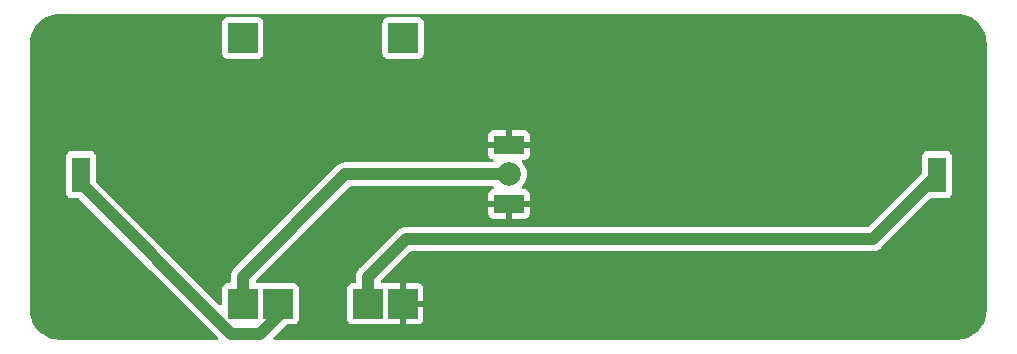
<source format=gbr>
%TF.GenerationSoftware,KiCad,Pcbnew,(6.0.6-0)*%
%TF.CreationDate,2022-09-18T15:36:00+02:00*%
%TF.ProjectId,magnetic-18350-holder-charger,6d61676e-6574-4696-932d-31383335302d,rev?*%
%TF.SameCoordinates,Original*%
%TF.FileFunction,Copper,L2,Bot*%
%TF.FilePolarity,Positive*%
%FSLAX46Y46*%
G04 Gerber Fmt 4.6, Leading zero omitted, Abs format (unit mm)*
G04 Created by KiCad (PCBNEW (6.0.6-0)) date 2022-09-18 15:36:00*
%MOMM*%
%LPD*%
G01*
G04 APERTURE LIST*
%TA.AperFunction,ComponentPad*%
%ADD10R,1.500000X3.000000*%
%TD*%
%TA.AperFunction,ComponentPad*%
%ADD11C,2.000000*%
%TD*%
%TA.AperFunction,ComponentPad*%
%ADD12R,2.500000X1.500000*%
%TD*%
%TA.AperFunction,SMDPad,CuDef*%
%ADD13R,2.500000X2.500000*%
%TD*%
%TA.AperFunction,Conductor*%
%ADD14C,1.000000*%
%TD*%
G04 APERTURE END LIST*
D10*
%TO.P,U3,1,V+*%
%TO.N,Net-(U1-Pad5)*%
X102814644Y-90521091D03*
%TO.P,U3,2,V-*%
%TO.N,Net-(U1-Pad6)*%
X175314644Y-90521091D03*
%TD*%
D11*
%TO.P,U2,1,V+*%
%TO.N,Net-(U1-Pad3)*%
X139050000Y-90500000D03*
D12*
%TO.P,U2,2,GND*%
%TO.N,GND*%
X139050000Y-88000000D03*
%TO.P,U2,3,GND*%
X139050000Y-93000000D03*
%TD*%
D13*
%TO.P,U1,1,Vi+*%
%TO.N,unconnected-(U1-Pad1)*%
X116500000Y-78950000D03*
%TO.P,U1,2,Vi-*%
%TO.N,unconnected-(U1-Pad2)*%
X130100000Y-78950000D03*
%TO.P,U1,3,Vout+*%
%TO.N,Net-(U1-Pad3)*%
X116500000Y-101450000D03*
%TO.P,U1,4,Vout-*%
%TO.N,GND*%
X130050000Y-101450000D03*
%TO.P,U1,5,Bat+*%
%TO.N,Net-(U1-Pad5)*%
X119500000Y-101450000D03*
%TO.P,U1,6,Bat-*%
%TO.N,Net-(U1-Pad6)*%
X127100000Y-101450000D03*
%TD*%
D14*
%TO.N,Net-(U1-Pad5)*%
X115543553Y-104000000D02*
X118000000Y-104000000D01*
X102814644Y-91271091D02*
X115543553Y-104000000D01*
X102814644Y-90521091D02*
X102814644Y-91271091D01*
X118000000Y-104000000D02*
X119500000Y-102500000D01*
X119500000Y-102500000D02*
X119500000Y-101450000D01*
%TO.N,Net-(U1-Pad6)*%
X127100000Y-101450000D02*
X127100000Y-99200000D01*
X127100000Y-99200000D02*
X130300000Y-96000000D01*
X130300000Y-96000000D02*
X169835735Y-96000000D01*
X175314644Y-90521091D02*
X169835735Y-96000000D01*
%TO.N,Net-(U1-Pad3)*%
X116500000Y-101450000D02*
X116500000Y-99200000D01*
X116500000Y-99200000D02*
X125200000Y-90500000D01*
X125200000Y-90500000D02*
X139050000Y-90500000D01*
%TD*%
%TA.AperFunction,Conductor*%
%TO.N,GND*%
G36*
X176988729Y-76911453D02*
G01*
X176995360Y-76912531D01*
X177010282Y-76914957D01*
X177027538Y-76912818D01*
X177051454Y-76912143D01*
X177195923Y-76921816D01*
X177307942Y-76929317D01*
X177322971Y-76931236D01*
X177602420Y-76984161D01*
X177617101Y-76987868D01*
X177882068Y-77072011D01*
X177888177Y-77073951D01*
X177902315Y-77079396D01*
X178161101Y-77197394D01*
X178174484Y-77204497D01*
X178413121Y-77350190D01*
X178417227Y-77352697D01*
X178429659Y-77361354D01*
X178546083Y-77453295D01*
X178652870Y-77537626D01*
X178664174Y-77547714D01*
X178864609Y-77749497D01*
X178874619Y-77760867D01*
X179047606Y-77982964D01*
X179049383Y-77985246D01*
X179057956Y-77997735D01*
X179203347Y-78239507D01*
X179204533Y-78241479D01*
X179211546Y-78254909D01*
X179327804Y-78514477D01*
X179333154Y-78528651D01*
X179417415Y-78800290D01*
X179421026Y-78815005D01*
X179472075Y-79094804D01*
X179473893Y-79109845D01*
X179488925Y-79359450D01*
X179487699Y-79385448D01*
X179487690Y-79386170D01*
X179486309Y-79395041D01*
X179487473Y-79403944D01*
X179487473Y-79403949D01*
X179490436Y-79426611D01*
X179491500Y-79442947D01*
X179491500Y-101950633D01*
X179490000Y-101970018D01*
X179487690Y-101984851D01*
X179487690Y-101984855D01*
X179486309Y-101993724D01*
X179488558Y-102010919D01*
X179489391Y-102034863D01*
X179473794Y-102292710D01*
X179471960Y-102307814D01*
X179420477Y-102588754D01*
X179416836Y-102603526D01*
X179371775Y-102748134D01*
X179331859Y-102876227D01*
X179326466Y-102890445D01*
X179246267Y-103068642D01*
X179209243Y-103150906D01*
X179202173Y-103164378D01*
X179183992Y-103194452D01*
X179054405Y-103408813D01*
X179045762Y-103421334D01*
X178869615Y-103646171D01*
X178859525Y-103657560D01*
X178657560Y-103859525D01*
X178646171Y-103869615D01*
X178421334Y-104045762D01*
X178408813Y-104054405D01*
X178164379Y-104202172D01*
X178150908Y-104209242D01*
X177890445Y-104326466D01*
X177876231Y-104331858D01*
X177603999Y-104416689D01*
X177603527Y-104416836D01*
X177588760Y-104420475D01*
X177379786Y-104458771D01*
X177307814Y-104471960D01*
X177292710Y-104473794D01*
X177042096Y-104488953D01*
X177015278Y-104487692D01*
X177015149Y-104487690D01*
X177006276Y-104486309D01*
X176997373Y-104487473D01*
X176997369Y-104487473D01*
X176974677Y-104490440D01*
X176958355Y-104491504D01*
X165620777Y-104492798D01*
X119232344Y-104498095D01*
X119164221Y-104478101D01*
X119117722Y-104424450D01*
X119107610Y-104354178D01*
X119137096Y-104289593D01*
X119143235Y-104283000D01*
X120169379Y-103256855D01*
X120179522Y-103247753D01*
X120193763Y-103236303D01*
X120259386Y-103209207D01*
X120272715Y-103208500D01*
X120798134Y-103208500D01*
X120860316Y-103201745D01*
X120996705Y-103150615D01*
X121113261Y-103063261D01*
X121200615Y-102946705D01*
X121251745Y-102810316D01*
X121258500Y-102748134D01*
X125341500Y-102748134D01*
X125348255Y-102810316D01*
X125399385Y-102946705D01*
X125486739Y-103063261D01*
X125603295Y-103150615D01*
X125739684Y-103201745D01*
X125801866Y-103208500D01*
X128398134Y-103208500D01*
X128402746Y-103207999D01*
X128452466Y-103202598D01*
X128452468Y-103202598D01*
X128460316Y-103201745D01*
X128467709Y-103198973D01*
X128467711Y-103198973D01*
X128531483Y-103175066D01*
X128602290Y-103169883D01*
X128619941Y-103175066D01*
X128682398Y-103198480D01*
X128697643Y-103202105D01*
X128748514Y-103207631D01*
X128755328Y-103208000D01*
X129777885Y-103208000D01*
X129793124Y-103203525D01*
X129794329Y-103202135D01*
X129796000Y-103194452D01*
X129796000Y-103189884D01*
X130304000Y-103189884D01*
X130308475Y-103205123D01*
X130309865Y-103206328D01*
X130317548Y-103207999D01*
X131344669Y-103207999D01*
X131351490Y-103207629D01*
X131402352Y-103202105D01*
X131417604Y-103198479D01*
X131538054Y-103153324D01*
X131553649Y-103144786D01*
X131655724Y-103068285D01*
X131668285Y-103055724D01*
X131744786Y-102953649D01*
X131753324Y-102938054D01*
X131798478Y-102817606D01*
X131802105Y-102802351D01*
X131807631Y-102751486D01*
X131808000Y-102744672D01*
X131808000Y-101722115D01*
X131803525Y-101706876D01*
X131802135Y-101705671D01*
X131794452Y-101704000D01*
X130322115Y-101704000D01*
X130306876Y-101708475D01*
X130305671Y-101709865D01*
X130304000Y-101717548D01*
X130304000Y-103189884D01*
X129796000Y-103189884D01*
X129796000Y-101177885D01*
X130304000Y-101177885D01*
X130308475Y-101193124D01*
X130309865Y-101194329D01*
X130317548Y-101196000D01*
X131789884Y-101196000D01*
X131805123Y-101191525D01*
X131806328Y-101190135D01*
X131807999Y-101182452D01*
X131807999Y-100155331D01*
X131807629Y-100148510D01*
X131802105Y-100097648D01*
X131798479Y-100082396D01*
X131753324Y-99961946D01*
X131744786Y-99946351D01*
X131668285Y-99844276D01*
X131655724Y-99831715D01*
X131553649Y-99755214D01*
X131538054Y-99746676D01*
X131417606Y-99701522D01*
X131402351Y-99697895D01*
X131351486Y-99692369D01*
X131344672Y-99692000D01*
X130322115Y-99692000D01*
X130306876Y-99696475D01*
X130305671Y-99697865D01*
X130304000Y-99705548D01*
X130304000Y-101177885D01*
X129796000Y-101177885D01*
X129796000Y-99710116D01*
X129791525Y-99694877D01*
X129790135Y-99693672D01*
X129782452Y-99692001D01*
X128755331Y-99692001D01*
X128748510Y-99692371D01*
X128697650Y-99697895D01*
X128682393Y-99701522D01*
X128619941Y-99724934D01*
X128549134Y-99730117D01*
X128531483Y-99724934D01*
X128467711Y-99701027D01*
X128467709Y-99701027D01*
X128460316Y-99698255D01*
X128452468Y-99697402D01*
X128452466Y-99697402D01*
X128401531Y-99691869D01*
X128398134Y-99691500D01*
X128338925Y-99691500D01*
X128270804Y-99671498D01*
X128224311Y-99617842D01*
X128214207Y-99547568D01*
X128243701Y-99482988D01*
X128249830Y-99476405D01*
X130680829Y-97045405D01*
X130743141Y-97011380D01*
X130769924Y-97008500D01*
X169773892Y-97008500D01*
X169787499Y-97009237D01*
X169818997Y-97012659D01*
X169819002Y-97012659D01*
X169825123Y-97013324D01*
X169851373Y-97011027D01*
X169875123Y-97008950D01*
X169879949Y-97008621D01*
X169882421Y-97008500D01*
X169885504Y-97008500D01*
X169897473Y-97007326D01*
X169928241Y-97004310D01*
X169929554Y-97004188D01*
X169973819Y-97000315D01*
X170022148Y-96996087D01*
X170027267Y-96994600D01*
X170032568Y-96994080D01*
X170121569Y-96967209D01*
X170122702Y-96966874D01*
X170206149Y-96942630D01*
X170206153Y-96942628D01*
X170212071Y-96940909D01*
X170216803Y-96938456D01*
X170221904Y-96936916D01*
X170227347Y-96934022D01*
X170303995Y-96893269D01*
X170305161Y-96892657D01*
X170382188Y-96852729D01*
X170387661Y-96849892D01*
X170391824Y-96846569D01*
X170396531Y-96844066D01*
X170468653Y-96785245D01*
X170469509Y-96784554D01*
X170508708Y-96753262D01*
X170511212Y-96750758D01*
X170511930Y-96750116D01*
X170516263Y-96746415D01*
X170549797Y-96719065D01*
X170579023Y-96683737D01*
X170587012Y-96674958D01*
X174695473Y-92566496D01*
X174757785Y-92532470D01*
X174784568Y-92529591D01*
X176112778Y-92529591D01*
X176174960Y-92522836D01*
X176311349Y-92471706D01*
X176427905Y-92384352D01*
X176515259Y-92267796D01*
X176566389Y-92131407D01*
X176573144Y-92069225D01*
X176573144Y-88972957D01*
X176566389Y-88910775D01*
X176515259Y-88774386D01*
X176427905Y-88657830D01*
X176311349Y-88570476D01*
X176174960Y-88519346D01*
X176112778Y-88512591D01*
X174516510Y-88512591D01*
X174454328Y-88519346D01*
X174317939Y-88570476D01*
X174201383Y-88657830D01*
X174114029Y-88774386D01*
X174062899Y-88910775D01*
X174056144Y-88972957D01*
X174056144Y-90301167D01*
X174036142Y-90369288D01*
X174019239Y-90390262D01*
X169454906Y-94954595D01*
X169392594Y-94988621D01*
X169365811Y-94991500D01*
X130361840Y-94991500D01*
X130348232Y-94990763D01*
X130316736Y-94987341D01*
X130316732Y-94987341D01*
X130310611Y-94986676D01*
X130292611Y-94988251D01*
X130260609Y-94991050D01*
X130255784Y-94991379D01*
X130253313Y-94991500D01*
X130250231Y-94991500D01*
X130227763Y-94993703D01*
X130207489Y-94995691D01*
X130206174Y-94995813D01*
X130173913Y-94998636D01*
X130113587Y-95003913D01*
X130108468Y-95005400D01*
X130103167Y-95005920D01*
X130014194Y-95032782D01*
X130013054Y-95033120D01*
X129923663Y-95059091D01*
X129918929Y-95061545D01*
X129913831Y-95063084D01*
X129908387Y-95065978D01*
X129908386Y-95065979D01*
X129831831Y-95106684D01*
X129830663Y-95107298D01*
X129748074Y-95150108D01*
X129743911Y-95153431D01*
X129739204Y-95155934D01*
X129734430Y-95159828D01*
X129734428Y-95159829D01*
X129667105Y-95214737D01*
X129666160Y-95215500D01*
X129627027Y-95246739D01*
X129624536Y-95249230D01*
X129623809Y-95249880D01*
X129619463Y-95253592D01*
X129600588Y-95268987D01*
X129585938Y-95280935D01*
X129582015Y-95285677D01*
X129582013Y-95285679D01*
X129556703Y-95316273D01*
X129548713Y-95325053D01*
X126430621Y-98443145D01*
X126420478Y-98452247D01*
X126390975Y-98475968D01*
X126387008Y-98480696D01*
X126358709Y-98514421D01*
X126355528Y-98518069D01*
X126353885Y-98519881D01*
X126351691Y-98522075D01*
X126324358Y-98555349D01*
X126323696Y-98556147D01*
X126263846Y-98627474D01*
X126261278Y-98632144D01*
X126257897Y-98636261D01*
X126226860Y-98694145D01*
X126214023Y-98718086D01*
X126213394Y-98719245D01*
X126171538Y-98795381D01*
X126171535Y-98795389D01*
X126168567Y-98800787D01*
X126166955Y-98805869D01*
X126164438Y-98810563D01*
X126137238Y-98899531D01*
X126136918Y-98900559D01*
X126108765Y-98989306D01*
X126108171Y-98994602D01*
X126106613Y-98999698D01*
X126105990Y-99005834D01*
X126097218Y-99092187D01*
X126097089Y-99093393D01*
X126091500Y-99143227D01*
X126091500Y-99146754D01*
X126091445Y-99147739D01*
X126090998Y-99153419D01*
X126086626Y-99196462D01*
X126087206Y-99202593D01*
X126090941Y-99242109D01*
X126091500Y-99253967D01*
X126091500Y-99565500D01*
X126071498Y-99633621D01*
X126017842Y-99680114D01*
X125965500Y-99691500D01*
X125801866Y-99691500D01*
X125739684Y-99698255D01*
X125603295Y-99749385D01*
X125486739Y-99836739D01*
X125399385Y-99953295D01*
X125348255Y-100089684D01*
X125341500Y-100151866D01*
X125341500Y-102748134D01*
X121258500Y-102748134D01*
X121258500Y-100151866D01*
X121251745Y-100089684D01*
X121200615Y-99953295D01*
X121113261Y-99836739D01*
X120996705Y-99749385D01*
X120860316Y-99698255D01*
X120798134Y-99691500D01*
X118201866Y-99691500D01*
X118139684Y-99698255D01*
X118132288Y-99701027D01*
X118132282Y-99701029D01*
X118044229Y-99734039D01*
X117973422Y-99739222D01*
X117955771Y-99734039D01*
X117867718Y-99701029D01*
X117867712Y-99701027D01*
X117860316Y-99698255D01*
X117798134Y-99691500D01*
X117738925Y-99691500D01*
X117670804Y-99671498D01*
X117624311Y-99617842D01*
X117614207Y-99547568D01*
X117643701Y-99482988D01*
X117649830Y-99476405D01*
X123331565Y-93794669D01*
X137292001Y-93794669D01*
X137292371Y-93801490D01*
X137297895Y-93852352D01*
X137301521Y-93867604D01*
X137346676Y-93988054D01*
X137355214Y-94003649D01*
X137431715Y-94105724D01*
X137444276Y-94118285D01*
X137546351Y-94194786D01*
X137561946Y-94203324D01*
X137682394Y-94248478D01*
X137697649Y-94252105D01*
X137748514Y-94257631D01*
X137755328Y-94258000D01*
X138777885Y-94258000D01*
X138793124Y-94253525D01*
X138794329Y-94252135D01*
X138796000Y-94244452D01*
X138796000Y-94239884D01*
X139304000Y-94239884D01*
X139308475Y-94255123D01*
X139309865Y-94256328D01*
X139317548Y-94257999D01*
X140344669Y-94257999D01*
X140351490Y-94257629D01*
X140402352Y-94252105D01*
X140417604Y-94248479D01*
X140538054Y-94203324D01*
X140553649Y-94194786D01*
X140655724Y-94118285D01*
X140668285Y-94105724D01*
X140744786Y-94003649D01*
X140753324Y-93988054D01*
X140798478Y-93867606D01*
X140802105Y-93852351D01*
X140807631Y-93801486D01*
X140808000Y-93794672D01*
X140808000Y-93272115D01*
X140803525Y-93256876D01*
X140802135Y-93255671D01*
X140794452Y-93254000D01*
X139322115Y-93254000D01*
X139306876Y-93258475D01*
X139305671Y-93259865D01*
X139304000Y-93267548D01*
X139304000Y-94239884D01*
X138796000Y-94239884D01*
X138796000Y-93272115D01*
X138791525Y-93256876D01*
X138790135Y-93255671D01*
X138782452Y-93254000D01*
X137310116Y-93254000D01*
X137294877Y-93258475D01*
X137293672Y-93259865D01*
X137292001Y-93267548D01*
X137292001Y-93794669D01*
X123331565Y-93794669D01*
X125580829Y-91545405D01*
X125643141Y-91511379D01*
X125669924Y-91508500D01*
X137635603Y-91508500D01*
X137703724Y-91528502D01*
X137750217Y-91582158D01*
X137760321Y-91652432D01*
X137730827Y-91717012D01*
X137679833Y-91752482D01*
X137561946Y-91796676D01*
X137546351Y-91805214D01*
X137444276Y-91881715D01*
X137431715Y-91894276D01*
X137355214Y-91996351D01*
X137346676Y-92011946D01*
X137301522Y-92132394D01*
X137297895Y-92147649D01*
X137292369Y-92198514D01*
X137292000Y-92205328D01*
X137292000Y-92727885D01*
X137296475Y-92743124D01*
X137297865Y-92744329D01*
X137305548Y-92746000D01*
X140789884Y-92746000D01*
X140805123Y-92741525D01*
X140806328Y-92740135D01*
X140807999Y-92732452D01*
X140807999Y-92205331D01*
X140807629Y-92198510D01*
X140802105Y-92147648D01*
X140798479Y-92132396D01*
X140753324Y-92011946D01*
X140744786Y-91996351D01*
X140668285Y-91894276D01*
X140655724Y-91881715D01*
X140553649Y-91805214D01*
X140538054Y-91796676D01*
X140417606Y-91751522D01*
X140402351Y-91747895D01*
X140351486Y-91742369D01*
X140344672Y-91742000D01*
X140246356Y-91742000D01*
X140178235Y-91721998D01*
X140131742Y-91668342D01*
X140121638Y-91598068D01*
X140150545Y-91534169D01*
X140155385Y-91528502D01*
X140274176Y-91389416D01*
X140276755Y-91385208D01*
X140276759Y-91385202D01*
X140395654Y-91191183D01*
X140398240Y-91186963D01*
X140443395Y-91077950D01*
X140487211Y-90972167D01*
X140487212Y-90972165D01*
X140489105Y-90967594D01*
X140544535Y-90736711D01*
X140563165Y-90500000D01*
X140544535Y-90263289D01*
X140489105Y-90032406D01*
X140403213Y-89825042D01*
X140400135Y-89817611D01*
X140400133Y-89817607D01*
X140398240Y-89813037D01*
X140356264Y-89744538D01*
X140276759Y-89614798D01*
X140276755Y-89614792D01*
X140274176Y-89610584D01*
X140150544Y-89465829D01*
X140121513Y-89401040D01*
X140132118Y-89330840D01*
X140178993Y-89277517D01*
X140246355Y-89257999D01*
X140344669Y-89257999D01*
X140351490Y-89257629D01*
X140402352Y-89252105D01*
X140417604Y-89248479D01*
X140538054Y-89203324D01*
X140553649Y-89194786D01*
X140655724Y-89118285D01*
X140668285Y-89105724D01*
X140744786Y-89003649D01*
X140753324Y-88988054D01*
X140798478Y-88867606D01*
X140802105Y-88852351D01*
X140807631Y-88801486D01*
X140808000Y-88794672D01*
X140808000Y-88272115D01*
X140803525Y-88256876D01*
X140802135Y-88255671D01*
X140794452Y-88254000D01*
X137310116Y-88254000D01*
X137294877Y-88258475D01*
X137293672Y-88259865D01*
X137292001Y-88267548D01*
X137292001Y-88794669D01*
X137292371Y-88801490D01*
X137297895Y-88852352D01*
X137301521Y-88867604D01*
X137346676Y-88988054D01*
X137355214Y-89003649D01*
X137431715Y-89105724D01*
X137444276Y-89118285D01*
X137546351Y-89194786D01*
X137561946Y-89203324D01*
X137679833Y-89247518D01*
X137736597Y-89290160D01*
X137761297Y-89356721D01*
X137746090Y-89426070D01*
X137695804Y-89476188D01*
X137635603Y-89491500D01*
X125261843Y-89491500D01*
X125248236Y-89490763D01*
X125216738Y-89487341D01*
X125216733Y-89487341D01*
X125210612Y-89486676D01*
X125184362Y-89488973D01*
X125160612Y-89491050D01*
X125155786Y-89491379D01*
X125153314Y-89491500D01*
X125150231Y-89491500D01*
X125138262Y-89492674D01*
X125107494Y-89495690D01*
X125106181Y-89495812D01*
X125061916Y-89499685D01*
X125013587Y-89503913D01*
X125008468Y-89505400D01*
X125003167Y-89505920D01*
X124914166Y-89532791D01*
X124913033Y-89533126D01*
X124829586Y-89557370D01*
X124829582Y-89557372D01*
X124823664Y-89559091D01*
X124818932Y-89561544D01*
X124813831Y-89563084D01*
X124808388Y-89565978D01*
X124731740Y-89606731D01*
X124730574Y-89607343D01*
X124653547Y-89647271D01*
X124648074Y-89650108D01*
X124643911Y-89653431D01*
X124639204Y-89655934D01*
X124567082Y-89714755D01*
X124566226Y-89715446D01*
X124527027Y-89746738D01*
X124524523Y-89749242D01*
X124523805Y-89749884D01*
X124519472Y-89753585D01*
X124485938Y-89780935D01*
X124482011Y-89785682D01*
X124482009Y-89785684D01*
X124456713Y-89816262D01*
X124448723Y-89825042D01*
X115830621Y-98443145D01*
X115820478Y-98452247D01*
X115790975Y-98475968D01*
X115787008Y-98480696D01*
X115758709Y-98514421D01*
X115755528Y-98518069D01*
X115753885Y-98519881D01*
X115751691Y-98522075D01*
X115724358Y-98555349D01*
X115723696Y-98556147D01*
X115663846Y-98627474D01*
X115661278Y-98632144D01*
X115657897Y-98636261D01*
X115626860Y-98694145D01*
X115614023Y-98718086D01*
X115613394Y-98719245D01*
X115571538Y-98795381D01*
X115571535Y-98795389D01*
X115568567Y-98800787D01*
X115566955Y-98805869D01*
X115564438Y-98810563D01*
X115537238Y-98899531D01*
X115536918Y-98900559D01*
X115508765Y-98989306D01*
X115508171Y-98994602D01*
X115506613Y-98999698D01*
X115505990Y-99005834D01*
X115497218Y-99092187D01*
X115497089Y-99093393D01*
X115491500Y-99143227D01*
X115491500Y-99146754D01*
X115491445Y-99147739D01*
X115490998Y-99153419D01*
X115486626Y-99196462D01*
X115487206Y-99202593D01*
X115490941Y-99242109D01*
X115491500Y-99253967D01*
X115491500Y-99565500D01*
X115471498Y-99633621D01*
X115417842Y-99680114D01*
X115365500Y-99691500D01*
X115201866Y-99691500D01*
X115139684Y-99698255D01*
X115003295Y-99749385D01*
X114886739Y-99836739D01*
X114799385Y-99953295D01*
X114748255Y-100089684D01*
X114741500Y-100151866D01*
X114741500Y-101467523D01*
X114721498Y-101535644D01*
X114667842Y-101582137D01*
X114597568Y-101592241D01*
X114532988Y-101562747D01*
X114526405Y-101556618D01*
X104110049Y-91140262D01*
X104076023Y-91077950D01*
X104073144Y-91051167D01*
X104073144Y-88972957D01*
X104066389Y-88910775D01*
X104015259Y-88774386D01*
X103927905Y-88657830D01*
X103811349Y-88570476D01*
X103674960Y-88519346D01*
X103612778Y-88512591D01*
X102016510Y-88512591D01*
X101954328Y-88519346D01*
X101817939Y-88570476D01*
X101701383Y-88657830D01*
X101614029Y-88774386D01*
X101562899Y-88910775D01*
X101556144Y-88972957D01*
X101556144Y-92069225D01*
X101562899Y-92131407D01*
X101614029Y-92267796D01*
X101701383Y-92384352D01*
X101817939Y-92471706D01*
X101954328Y-92522836D01*
X102016510Y-92529591D01*
X102594719Y-92529591D01*
X102662840Y-92549593D01*
X102683814Y-92566496D01*
X108598015Y-98480696D01*
X114400881Y-104283562D01*
X114434907Y-104345874D01*
X114429842Y-104416689D01*
X114387295Y-104473525D01*
X114320775Y-104498336D01*
X114311808Y-104498657D01*
X101022674Y-104500174D01*
X101001974Y-104498463D01*
X100981669Y-104495083D01*
X100964377Y-104497160D01*
X100940476Y-104497746D01*
X100837038Y-104490440D01*
X100684757Y-104479684D01*
X100669773Y-104477717D01*
X100391173Y-104423983D01*
X100376530Y-104420235D01*
X100106366Y-104333527D01*
X100092278Y-104328054D01*
X99834438Y-104209621D01*
X99821108Y-104202500D01*
X99579311Y-104054053D01*
X99566928Y-104045387D01*
X99520365Y-104008450D01*
X99344639Y-103869051D01*
X99333386Y-103858967D01*
X99133811Y-103657283D01*
X99123849Y-103645929D01*
X98949853Y-103421795D01*
X98941321Y-103409326D01*
X98795413Y-103165969D01*
X98788433Y-103152563D01*
X98672721Y-102893503D01*
X98667396Y-102879359D01*
X98583533Y-102608305D01*
X98579939Y-102593624D01*
X98529133Y-102314466D01*
X98527324Y-102299461D01*
X98512376Y-102050646D01*
X98513624Y-102024235D01*
X98513629Y-102023833D01*
X98515011Y-102014959D01*
X98513847Y-102006056D01*
X98513847Y-102006049D01*
X98510884Y-101983389D01*
X98509820Y-101967053D01*
X98509820Y-87727885D01*
X137292000Y-87727885D01*
X137296475Y-87743124D01*
X137297865Y-87744329D01*
X137305548Y-87746000D01*
X138777885Y-87746000D01*
X138793124Y-87741525D01*
X138794329Y-87740135D01*
X138796000Y-87732452D01*
X138796000Y-87727885D01*
X139304000Y-87727885D01*
X139308475Y-87743124D01*
X139309865Y-87744329D01*
X139317548Y-87746000D01*
X140789884Y-87746000D01*
X140805123Y-87741525D01*
X140806328Y-87740135D01*
X140807999Y-87732452D01*
X140807999Y-87205331D01*
X140807629Y-87198510D01*
X140802105Y-87147648D01*
X140798479Y-87132396D01*
X140753324Y-87011946D01*
X140744786Y-86996351D01*
X140668285Y-86894276D01*
X140655724Y-86881715D01*
X140553649Y-86805214D01*
X140538054Y-86796676D01*
X140417606Y-86751522D01*
X140402351Y-86747895D01*
X140351486Y-86742369D01*
X140344672Y-86742000D01*
X139322115Y-86742000D01*
X139306876Y-86746475D01*
X139305671Y-86747865D01*
X139304000Y-86755548D01*
X139304000Y-87727885D01*
X138796000Y-87727885D01*
X138796000Y-86760116D01*
X138791525Y-86744877D01*
X138790135Y-86743672D01*
X138782452Y-86742001D01*
X137755331Y-86742001D01*
X137748510Y-86742371D01*
X137697648Y-86747895D01*
X137682396Y-86751521D01*
X137561946Y-86796676D01*
X137546351Y-86805214D01*
X137444276Y-86881715D01*
X137431715Y-86894276D01*
X137355214Y-86996351D01*
X137346676Y-87011946D01*
X137301522Y-87132394D01*
X137297895Y-87147649D01*
X137292369Y-87198514D01*
X137292000Y-87205328D01*
X137292000Y-87727885D01*
X98509820Y-87727885D01*
X98509820Y-80248134D01*
X114741500Y-80248134D01*
X114748255Y-80310316D01*
X114799385Y-80446705D01*
X114886739Y-80563261D01*
X115003295Y-80650615D01*
X115139684Y-80701745D01*
X115201866Y-80708500D01*
X117798134Y-80708500D01*
X117860316Y-80701745D01*
X117996705Y-80650615D01*
X118113261Y-80563261D01*
X118200615Y-80446705D01*
X118251745Y-80310316D01*
X118258500Y-80248134D01*
X128341500Y-80248134D01*
X128348255Y-80310316D01*
X128399385Y-80446705D01*
X128486739Y-80563261D01*
X128603295Y-80650615D01*
X128739684Y-80701745D01*
X128801866Y-80708500D01*
X131398134Y-80708500D01*
X131460316Y-80701745D01*
X131596705Y-80650615D01*
X131713261Y-80563261D01*
X131800615Y-80446705D01*
X131851745Y-80310316D01*
X131858500Y-80248134D01*
X131858500Y-77651866D01*
X131851745Y-77589684D01*
X131800615Y-77453295D01*
X131713261Y-77336739D01*
X131596705Y-77249385D01*
X131460316Y-77198255D01*
X131398134Y-77191500D01*
X128801866Y-77191500D01*
X128739684Y-77198255D01*
X128603295Y-77249385D01*
X128486739Y-77336739D01*
X128399385Y-77453295D01*
X128348255Y-77589684D01*
X128341500Y-77651866D01*
X128341500Y-80248134D01*
X118258500Y-80248134D01*
X118258500Y-77651866D01*
X118251745Y-77589684D01*
X118200615Y-77453295D01*
X118113261Y-77336739D01*
X117996705Y-77249385D01*
X117860316Y-77198255D01*
X117798134Y-77191500D01*
X115201866Y-77191500D01*
X115139684Y-77198255D01*
X115003295Y-77249385D01*
X114886739Y-77336739D01*
X114799385Y-77453295D01*
X114748255Y-77589684D01*
X114741500Y-77651866D01*
X114741500Y-80248134D01*
X98509820Y-80248134D01*
X98509820Y-79450684D01*
X98511320Y-79431299D01*
X98513630Y-79416466D01*
X98513630Y-79416462D01*
X98515011Y-79407593D01*
X98512759Y-79390370D01*
X98511924Y-79366447D01*
X98527407Y-79109845D01*
X98527439Y-79109304D01*
X98529264Y-79094238D01*
X98535918Y-79057839D01*
X98580503Y-78813938D01*
X98584123Y-78799213D01*
X98668698Y-78527104D01*
X98674067Y-78512910D01*
X98731924Y-78384006D01*
X98790747Y-78252951D01*
X98797783Y-78239507D01*
X98944875Y-77995468D01*
X98953479Y-77982964D01*
X99128847Y-77758385D01*
X99138887Y-77747012D01*
X99339999Y-77545139D01*
X99351330Y-77535060D01*
X99575260Y-77358835D01*
X99587716Y-77350196D01*
X99831197Y-77202185D01*
X99844617Y-77195096D01*
X100099812Y-77079396D01*
X100104144Y-77077432D01*
X100118311Y-77072013D01*
X100390089Y-76986415D01*
X100404805Y-76982737D01*
X100684919Y-76930439D01*
X100699967Y-76928559D01*
X100931986Y-76913681D01*
X100949921Y-76912531D01*
X100976438Y-76913681D01*
X100976788Y-76913684D01*
X100985659Y-76915031D01*
X101016009Y-76910946D01*
X101032816Y-76909820D01*
X176968510Y-76909820D01*
X176988729Y-76911453D01*
G37*
%TD.AperFunction*%
%TD*%
M02*

</source>
